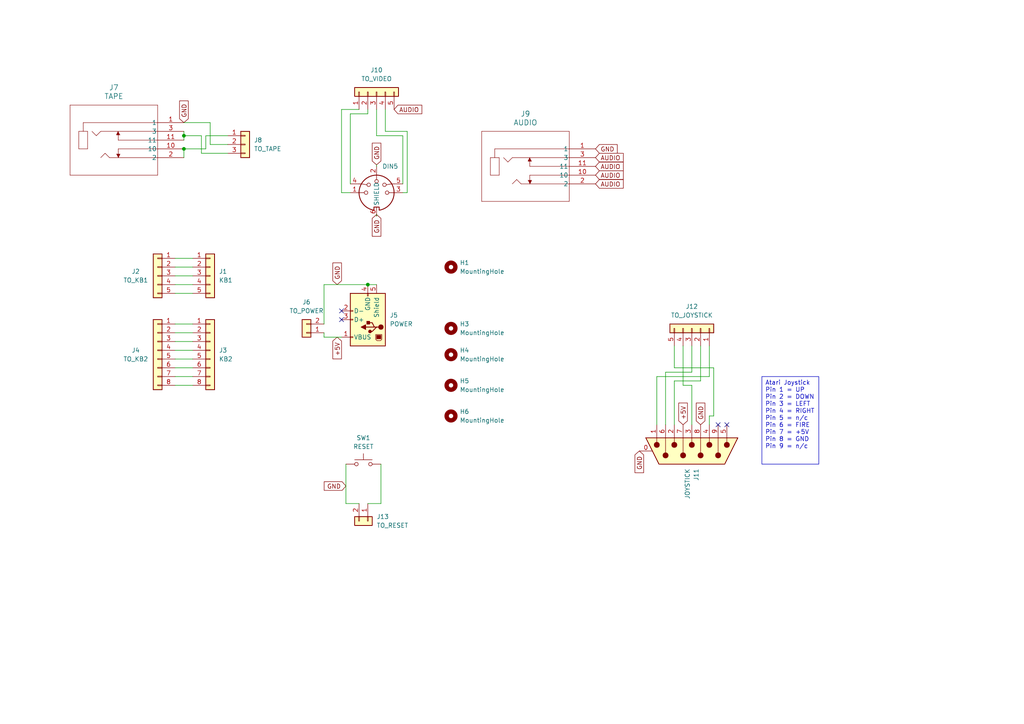
<source format=kicad_sch>
(kicad_sch (version 20250114) (generator "eeschema") (generator_version "9.0")
  (paper "A4")
  (title_block (title "Interface Board for Сириус") (date "31/OCT/2025") (rev "B") (company "www.youtube.com/@Brfff"))
  (lib_symbols
    (symbol "Clueless_Engineer:DIN5"
      (property "Value" "DIN5" (at 5.588 5.842 0))
      (symbol "DIN5_0_1"
        (polyline (pts (xy -5.08 2.54) (xy -4.318 2.54) (xy -2.794 2.286)))
        (polyline (pts (xy -5.08 0) (xy -3.556 0)))
        (circle (center -3.048 0) (radius 0.508))
        (circle (center -2.286 2.286) (radius 0.508))
        (polyline (pts (xy -0.762 -4.953) (xy -0.762 -4.191) (xy 0.762 -4.191) (xy 0.762 -4.953)) (stroke (width 0.254)))
        (arc (start 5.08 0) (mid 3.8673 -3.3444) (end 0.762 -5.08) (stroke (width 0.254)))
        (polyline (pts (xy 0 5.08) (xy 0 3.81)))
        (circle (center 0 3.302) (radius 0.508))
        (arc (start -5.08 0) (mid 0 5.0579) (end 5.08 0) (stroke (width 0.254)))
        (arc (start -0.762 -5.08) (mid -3.8597 -3.3379) (end -5.08 0) (stroke (width 0.254)))
        (circle (center 2.286 2.286) (radius 0.508))
        (circle (center 3.048 0) (radius 0.508))
        (polyline (pts (xy 5.08 2.54) (xy 4.318 2.54) (xy 2.794 2.286)))
        (polyline (pts (xy 5.08 0) (xy 3.556 0)))
      )
      (symbol "DIN5_1_1"
        (pin passive line (at -7.62 2.54 0) (length 2.54) (name "~") (number "4"))
        (pin passive line (at -7.62 0 0) (length 2.54) (name "~") (number "1"))
        (pin passive line (at 0 7.62 270) (length 2.54) (name "~") (number "2"))
        (pin passive line (at 0 -6.8039 90) (length 2.54) (name "SHIELD") (number "6"))
        (pin passive line (at 7.62 2.54 180) (length 2.54) (name "~") (number "5"))
        (pin passive line (at 7.62 0 180) (length 2.54) (name "~") (number "3"))
      )
    )
    (symbol "Connector:DE9_Pins_MountingHoles" (pin_names (offset 1.016) (hide yes))
      (property "Reference" "J" (at 0 16.51 0))
      (property "Value" "DE9_Pins_MountingHoles" (at 0 14.605 0))
      (symbol "DE9_Pins_MountingHoles_0_1"
        (polyline (pts (xy -3.81 10.16) (xy -2.54 10.16)))
        (polyline (pts (xy -3.81 7.62) (xy 0.508 7.62)))
        (polyline (pts (xy -3.81 5.08) (xy -2.54 5.08)))
        (polyline (pts (xy -3.81 2.54) (xy 0.508 2.54)))
        (polyline (pts (xy -3.81 0) (xy -2.54 0)))
        (polyline (pts (xy -3.81 -2.54) (xy 0.508 -2.54)))
        (polyline (pts (xy -3.81 -5.08) (xy -2.54 -5.08)))
        (polyline (pts (xy -3.81 -7.62) (xy 0.508 -7.62)))
        (polyline (pts (xy -3.81 -10.16) (xy -2.54 -10.16)))
        (polyline (pts (xy -3.81 -13.335) (xy -3.81 13.335) (xy 3.81 9.525) (xy 3.81 -9.525) (xy -3.81 -13.335)) (stroke (width 0.254)) (fill (type background)))
        (circle (center -1.778 10.16) (radius 0.762) (fill (type outline)))
        (circle (center -1.778 5.08) (radius 0.762) (fill (type outline)))
        (circle (center -1.778 0) (radius 0.762) (fill (type outline)))
        (circle (center -1.778 -5.08) (radius 0.762) (fill (type outline)))
        (circle (center -1.778 -10.16) (radius 0.762) (fill (type outline)))
        (circle (center 1.27 7.62) (radius 0.762) (fill (type outline)))
        (circle (center 1.27 2.54) (radius 0.762) (fill (type outline)))
        (circle (center 1.27 -2.54) (radius 0.762) (fill (type outline)))
        (circle (center 1.27 -7.62) (radius 0.762) (fill (type outline)))
      )
      (symbol "DE9_Pins_MountingHoles_1_1"
        (pin passive line (at -7.62 10.16 0) (length 3.81) (name "5") (number "5"))
        (pin passive line (at -7.62 7.62 0) (length 3.81) (name "9") (number "9"))
        (pin passive line (at -7.62 5.08 0) (length 3.81) (name "4") (number "4"))
        (pin passive line (at -7.62 2.54 0) (length 3.81) (name "8") (number "8"))
        (pin passive line (at -7.62 0 0) (length 3.81) (name "3") (number "3"))
        (pin passive line (at -7.62 -2.54 0) (length 3.81) (name "7") (number "7"))
        (pin passive line (at -7.62 -5.08 0) (length 3.81) (name "2") (number "2"))
        (pin passive line (at -7.62 -7.62 0) (length 3.81) (name "6") (number "6"))
        (pin passive line (at -7.62 -10.16 0) (length 3.81) (name "1") (number "1"))
        (pin passive line (at 0 -15.24 90) (length 3.81) (name "PAD") (number "0"))
      )
    )
    (symbol "Connector:USB_B" (pin_names (offset 1.016))
      (property "Reference" "J" (at -5.08 11.43 0))
      (property "Value" "USB_B" (at -5.08 8.89 0))
      (symbol "USB_B_0_1"
        (rectangle (start -5.08 -7.62) (end 5.08 7.62) (stroke (width 0.254)) (fill (type background)))
        (polyline (pts (xy -4.064 4.318) (xy -2.286 4.318) (xy -2.286 5.715) (xy -2.667 6.096) (xy -3.683 6.096) (xy -4.064 5.715) (xy -4.064 4.318)))
        (rectangle (start -3.81 5.588) (end -2.54 4.572) (fill (type outline)))
        (circle (center -3.81 2.159) (radius 0.635) (stroke (width 0.254)) (fill (type outline)))
        (polyline (pts (xy -3.175 2.159) (xy -2.54 2.159) (xy -1.27 3.429) (xy -0.635 3.429)) (stroke (width 0.254)))
        (polyline (pts (xy -2.54 2.159) (xy -1.905 2.159) (xy -1.27 0.889) (xy 0 0.889)) (stroke (width 0.254)))
        (polyline (pts (xy -1.905 2.159) (xy 0.635 2.159)) (stroke (width 0.254)))
        (circle (center -0.635 3.429) (radius 0.381) (stroke (width 0.254)) (fill (type outline)))
        (rectangle (start -0.127 -7.62) (end 0.127 -6.858))
        (rectangle (start 0.254 1.27) (end -0.508 0.508) (stroke (width 0.254)) (fill (type outline)))
        (polyline (pts (xy 0.635 2.794) (xy 0.635 1.524) (xy 1.905 2.159) (xy 0.635 2.794)) (stroke (width 0.254)) (fill (type outline)))
        (rectangle (start 5.08 4.953) (end 4.318 5.207))
        (rectangle (start 5.08 -0.127) (end 4.318 0.127))
        (rectangle (start 5.08 -2.667) (end 4.318 -2.413))
      )
      (symbol "USB_B_1_1"
        (pin passive line (at -2.54 -10.16 90) (length 2.54) (name "Shield") (number "5"))
        (pin power_out line (at 0 -10.16 90) (length 2.54) (name "GND") (number "4"))
        (pin power_out line (at 7.62 5.08 180) (length 2.54) (name "VBUS") (number "1"))
        (pin bidirectional line (at 7.62 0 180) (length 2.54) (name "D+") (number "3"))
        (pin bidirectional line (at 7.62 -2.54 180) (length 2.54) (name "D-") (number "2"))
      )
    )
    (symbol "Connector_Audio:Switchcraft_35RAPC4BHN2" (pin_names (offset 0.254))
      (property "Reference" "J" (at -20.32 10.16 0))
      (property "Value" "Switchcraft_35RAPC4BHN2" (at -20.32 7.62 0))
      (symbol "Switchcraft_35RAPC4BHN2_0_1"
        (polyline (pts (xy -33.02 5.08) (xy -33.02 -15.24)) (stroke (width 0.127)))
        (polyline (pts (xy -33.02 -15.24) (xy -7.62 -15.24)) (stroke (width 0.127)))
        (polyline (pts (xy -30.48 -2.54) (xy -27.94 -2.54)) (stroke (width 0.127)))
        (polyline (pts (xy -30.48 -7.62) (xy -30.48 -2.54)) (stroke (width 0.127)))
        (polyline (pts (xy -29.21 0) (xy -29.21 -2.54)) (stroke (width 0.127)))
        (polyline (pts (xy -27.94 -2.54) (xy -27.94 -7.62)) (stroke (width 0.127)))
        (polyline (pts (xy -27.94 -7.62) (xy -30.48 -7.62)) (stroke (width 0.127)))
        (polyline (pts (xy -26.67 -2.54) (xy -25.4 -3.81)) (stroke (width 0.127)))
        (polyline (pts (xy -25.4 -3.81) (xy -24.13 -2.54)) (stroke (width 0.127)))
        (polyline (pts (xy -22.86 -8.89) (xy -24.13 -10.16)) (stroke (width 0.127)))
        (polyline (pts (xy -21.59 -10.16) (xy -22.86 -8.89)) (stroke (width 0.127)))
        (polyline (pts (xy -19.05 -2.54) (xy -19.558 -3.556) (xy -18.542 -3.556)) (fill (type outline)))
        (polyline (pts (xy -19.05 -3.048) (xy -19.05 -5.08)) (stroke (width 0.127)))
        (polyline (pts (xy -19.05 -9.652) (xy -19.05 -7.62)) (stroke (width 0.127)))
        (polyline (pts (xy -19.05 -10.16) (xy -18.542 -9.144) (xy -19.558 -9.144)) (fill (type outline)))
        (polyline (pts (xy -7.62 5.08) (xy -33.02 5.08)) (stroke (width 0.127)))
        (polyline (pts (xy -7.62 0) (xy -29.21 0)) (stroke (width 0.127)))
        (polyline (pts (xy -7.62 -2.54) (xy -24.13 -2.54)) (stroke (width 0.127)))
        (polyline (pts (xy -7.62 -5.08) (xy -19.05 -5.08)) (stroke (width 0.127)))
        (polyline (pts (xy -7.62 -7.62) (xy -19.05 -7.62)) (stroke (width 0.127)))
        (polyline (pts (xy -7.62 -10.16) (xy -21.59 -10.16)) (stroke (width 0.127)))
        (polyline (pts (xy -7.62 -15.24) (xy -7.62 5.08)) (stroke (width 0.127)))
        (pin unspecified line (at 0 0 180) (length 7.62) (name "1") (number "1"))
        (pin unspecified line (at 0 -2.54 180) (length 7.62) (name "3") (number "3"))
        (pin unspecified line (at 0 -5.08 180) (length 7.62) (name "11") (number "11"))
        (pin unspecified line (at 0 -7.62 180) (length 7.62) (name "10") (number "10"))
        (pin unspecified line (at 0 -10.16 180) (length 7.62) (name "2") (number "2"))
      )
    )
    (symbol "Connector_Generic:Conn_01x02" (pin_names (offset 1.016) (hide yes))
      (property "Reference" "J" (at 0 2.54 0))
      (property "Value" "Conn_01x02" (at 0 -5.08 0))
      (symbol "Conn_01x02_1_1"
        (rectangle (start -1.27 1.27) (end 1.27 -3.81) (stroke (width 0.254)) (fill (type background)))
        (rectangle (start -1.27 0.127) (end 0 -0.127) (stroke (width 0.1524)))
        (rectangle (start -1.27 -2.413) (end 0 -2.667) (stroke (width 0.1524)))
        (pin passive line (at -5.08 0 0) (length 3.81) (name "Pin_1") (number "1"))
        (pin passive line (at -5.08 -2.54 0) (length 3.81) (name "Pin_2") (number "2"))
      )
    )
    (symbol "Connector_Generic:Conn_01x03" (pin_names (offset 1.016) (hide yes))
      (property "Reference" "J" (at 0 5.08 0))
      (property "Value" "Conn_01x03" (at 0 -5.08 0))
      (symbol "Conn_01x03_1_1"
        (rectangle (start -1.27 3.81) (end 1.27 -3.81) (stroke (width 0.254)) (fill (type background)))
        (rectangle (start -1.27 2.667) (end 0 2.413) (stroke (width 0.1524)))
        (rectangle (start -1.27 0.127) (end 0 -0.127) (stroke (width 0.1524)))
        (rectangle (start -1.27 -2.413) (end 0 -2.667) (stroke (width 0.1524)))
        (pin passive line (at -5.08 2.54 0) (length 3.81) (name "Pin_1") (number "1"))
        (pin passive line (at -5.08 0 0) (length 3.81) (name "Pin_2") (number "2"))
        (pin passive line (at -5.08 -2.54 0) (length 3.81) (name "Pin_3") (number "3"))
      )
    )
    (symbol "Connector_Generic:Conn_01x05" (pin_names (offset 1.016) (hide yes))
      (property "Reference" "J" (at 0 7.62 0))
      (property "Value" "Conn_01x05" (at 0 -7.62 0))
      (symbol "Conn_01x05_1_1"
        (rectangle (start -1.27 6.35) (end 1.27 -6.35) (stroke (width 0.254)) (fill (type background)))
        (rectangle (start -1.27 5.207) (end 0 4.953) (stroke (width 0.1524)))
        (rectangle (start -1.27 2.667) (end 0 2.413) (stroke (width 0.1524)))
        (rectangle (start -1.27 0.127) (end 0 -0.127) (stroke (width 0.1524)))
        (rectangle (start -1.27 -2.413) (end 0 -2.667) (stroke (width 0.1524)))
        (rectangle (start -1.27 -4.953) (end 0 -5.207) (stroke (width 0.1524)))
        (pin passive line (at -5.08 5.08 0) (length 3.81) (name "Pin_1") (number "1"))
        (pin passive line (at -5.08 2.54 0) (length 3.81) (name "Pin_2") (number "2"))
        (pin passive line (at -5.08 0 0) (length 3.81) (name "Pin_3") (number "3"))
        (pin passive line (at -5.08 -2.54 0) (length 3.81) (name "Pin_4") (number "4"))
        (pin passive line (at -5.08 -5.08 0) (length 3.81) (name "Pin_5") (number "5"))
      )
    )
    (symbol "Connector_Generic:Conn_01x08" (pin_names (offset 1.016) (hide yes))
      (property "Reference" "J" (at 0 10.16 0))
      (property "Value" "Conn_01x08" (at 0 -12.7 0))
      (symbol "Conn_01x08_1_1"
        (rectangle (start -1.27 8.89) (end 1.27 -11.43) (stroke (width 0.254)) (fill (type background)))
        (rectangle (start -1.27 7.747) (end 0 7.493) (stroke (width 0.1524)))
        (rectangle (start -1.27 5.207) (end 0 4.953) (stroke (width 0.1524)))
        (rectangle (start -1.27 2.667) (end 0 2.413) (stroke (width 0.1524)))
        (rectangle (start -1.27 0.127) (end 0 -0.127) (stroke (width 0.1524)))
        (rectangle (start -1.27 -2.413) (end 0 -2.667) (stroke (width 0.1524)))
        (rectangle (start -1.27 -4.953) (end 0 -5.207) (stroke (width 0.1524)))
        (rectangle (start -1.27 -7.493) (end 0 -7.747) (stroke (width 0.1524)))
        (rectangle (start -1.27 -10.033) (end 0 -10.287) (stroke (width 0.1524)))
        (pin passive line (at -5.08 7.62 0) (length 3.81) (name "Pin_1") (number "1"))
        (pin passive line (at -5.08 5.08 0) (length 3.81) (name "Pin_2") (number "2"))
        (pin passive line (at -5.08 2.54 0) (length 3.81) (name "Pin_3") (number "3"))
        (pin passive line (at -5.08 0 0) (length 3.81) (name "Pin_4") (number "4"))
        (pin passive line (at -5.08 -2.54 0) (length 3.81) (name "Pin_5") (number "5"))
        (pin passive line (at -5.08 -5.08 0) (length 3.81) (name "Pin_6") (number "6"))
        (pin passive line (at -5.08 -7.62 0) (length 3.81) (name "Pin_7") (number "7"))
        (pin passive line (at -5.08 -10.16 0) (length 3.81) (name "Pin_8") (number "8"))
      )
    )
    (symbol "Mechanical:MountingHole" (pin_names (offset 1.016)) (exclude_from_sim yes) (in_bom no)
      (property "Reference" "H" (at 0 5.08 0))
      (property "Value" "MountingHole" (at 0 3.175 0))
      (symbol "MountingHole_0_1"
        (circle (center 0 0) (radius 1.27) (stroke (width 1.27)))
      )
    )
    (symbol "Switch:SW_Push" (pin_numbers (hide yes)) (pin_names (offset 1.016) (hide yes))
      (property "Reference" "SW" (at 1.27 2.54 0))
      (property "Value" "SW_Push" (at 0 -1.524 0))
      (symbol "SW_Push_0_1"
        (circle (center -2.032 0) (radius 0.508))
        (polyline (pts (xy 0 1.27) (xy 0 3.048)))
        (circle (center 2.032 0) (radius 0.508))
        (polyline (pts (xy 2.54 1.27) (xy -2.54 1.27)))
        (pin passive line (at -5.08 0 0) (length 2.54) (name "1") (number "1"))
        (pin passive line (at 5.08 0 180) (length 2.54) (name "2") (number "2"))
      )
    )
  )
  (text_box "Atari Joystick\nPin 1 = UP\nPin 2 = DOWN\nPin 3 = LEFT\nPin 4 = RIGHT\nPin 5 = n/c\nPin 6 = FIRE\nPin 7 = +5V\nPin 8 = GND\nPin 9 = n/c" (at 220.98 109.22 0) (size 16.51 25.4) (margins 0.9525 0.9525 0.9525 0.9525) (effects (font (size 1.27 1.27)) (justify left top)))
  (junction (at 53.34 43.18))
  (junction (at 53.34 39.37))
  (junction (at 106.68 82.55))
  (no_connect (at 210.82 123.19))
  (no_connect (at 208.28 123.19))
  (no_connect (at 99.06 90.17))
  (no_connect (at 99.06 92.71))
  (wire (pts (xy 59.69 43.18) (xy 53.34 43.18)))
  (wire (pts (xy 195.58 100.33) (xy 195.58 106.68)))
  (wire (pts (xy 100.33 134.62) (xy 100.33 146.05)))
  (wire (pts (xy 118.11 55.88) (xy 118.11 38.1)))
  (wire (pts (xy 60.96 35.56) (xy 53.34 35.56)))
  (wire (pts (xy 198.12 100.33) (xy 198.12 111.76)))
  (wire (pts (xy 53.34 38.1) (xy 53.34 39.37)))
  (wire (pts (xy 99.06 55.88) (xy 101.6 55.88)))
  (wire (pts (xy 190.5 123.19) (xy 190.5 109.22)))
  (wire (pts (xy 195.58 123.19) (xy 195.58 110.49)))
  (wire (pts (xy 58.42 39.37) (xy 53.34 39.37)))
  (wire (pts (xy 106.68 82.55) (xy 93.98 82.55)))
  (wire (pts (xy 66.04 44.45) (xy 58.42 44.45)))
  (wire (pts (xy 50.8 82.55) (xy 55.88 82.55)))
  (wire (pts (xy 50.8 104.14) (xy 55.88 104.14)))
  (wire (pts (xy 66.04 41.91) (xy 60.96 41.91)))
  (wire (pts (xy 207.01 106.68) (xy 207.01 120.65)))
  (wire (pts (xy 195.58 106.68) (xy 207.01 106.68)))
  (wire (pts (xy 59.69 39.37) (xy 59.69 43.18)))
  (wire (pts (xy 116.84 39.37) (xy 116.84 53.34)))
  (wire (pts (xy 50.8 80.01) (xy 55.88 80.01)))
  (wire (pts (xy 109.22 62.6839) (xy 109.22 62.23)))
  (wire (pts (xy 50.8 85.09) (xy 55.88 85.09)))
  (wire (pts (xy 58.42 44.45) (xy 58.42 39.37)))
  (wire (pts (xy 93.98 82.55) (xy 93.98 93.98)))
  (wire (pts (xy 101.6 33.02) (xy 101.6 53.34)))
  (wire (pts (xy 193.04 107.95) (xy 193.04 123.19)))
  (wire (pts (xy 50.8 109.22) (xy 55.88 109.22)))
  (wire (pts (xy 93.98 97.79) (xy 93.98 96.52)))
  (wire (pts (xy 104.14 31.75) (xy 99.06 31.75)))
  (wire (pts (xy 50.8 99.06) (xy 55.88 99.06)))
  (wire (pts (xy 200.66 107.95) (xy 193.04 107.95)))
  (wire (pts (xy 53.34 39.37) (xy 53.34 40.64)))
  (wire (pts (xy 200.66 111.76) (xy 200.66 123.19)))
  (wire (pts (xy 200.66 100.33) (xy 200.66 107.95)))
  (wire (pts (xy 118.11 38.1) (xy 111.76 38.1)))
  (wire (pts (xy 106.68 146.05) (xy 110.49 146.05)))
  (wire (pts (xy 100.33 146.05) (xy 104.14 146.05)))
  (wire (pts (xy 116.84 55.88) (xy 118.11 55.88)))
  (wire (pts (xy 109.22 48.26) (xy 109.22 47.8061)))
  (wire (pts (xy 109.22 31.75) (xy 109.22 39.37)))
  (wire (pts (xy 203.2 100.33) (xy 203.2 110.49)))
  (wire (pts (xy 60.96 41.91) (xy 60.96 35.56)))
  (wire (pts (xy 50.8 106.68) (xy 55.88 106.68)))
  (wire (pts (xy 111.76 38.1) (xy 111.76 31.75)))
  (wire (pts (xy 50.8 77.47) (xy 55.88 77.47)))
  (wire (pts (xy 53.34 43.18) (xy 53.34 45.72)))
  (wire (pts (xy 50.8 101.6) (xy 55.88 101.6)))
  (wire (pts (xy 110.49 146.05) (xy 110.49 134.62)))
  (wire (pts (xy 195.58 110.49) (xy 203.2 110.49)))
  (wire (pts (xy 106.68 82.55) (xy 109.22 82.55)))
  (wire (pts (xy 190.5 109.22) (xy 205.74 109.22)))
  (wire (pts (xy 106.68 33.02) (xy 106.68 31.75)))
  (wire (pts (xy 109.22 39.37) (xy 116.84 39.37)))
  (wire (pts (xy 50.8 96.52) (xy 55.88 96.52)))
  (wire (pts (xy 99.06 31.75) (xy 99.06 55.88)))
  (wire (pts (xy 101.6 33.02) (xy 106.68 33.02)))
  (wire (pts (xy 50.8 74.93) (xy 55.88 74.93)))
  (wire (pts (xy 93.98 97.79) (xy 99.06 97.79)))
  (wire (pts (xy 205.74 120.65) (xy 205.74 123.19)))
  (wire (pts (xy 66.04 39.37) (xy 59.69 39.37)))
  (wire (pts (xy 205.74 109.22) (xy 205.74 100.33)))
  (wire (pts (xy 198.12 111.76) (xy 200.66 111.76)))
  (wire (pts (xy 50.8 111.76) (xy 55.88 111.76)))
  (wire (pts (xy 50.8 93.98) (xy 55.88 93.98)))
  (wire (pts (xy 207.01 120.65) (xy 205.74 120.65)))
  (global_label "AUDIO" (shape input) (at 114.3 31.75 0) (property "Intersheetrefs" "${INTERSHEET_REFS}" (effects (hide yes))))
  (global_label "AUDIO" (shape input) (at 172.72 53.34 0) (property "Intersheetrefs" "${INTERSHEET_REFS}" (effects (hide yes))))
  (global_label "+5V" (shape input) (at 97.79 97.79 270) (property "Intersheetrefs" "${INTERSHEET_REFS}" (effects (hide yes))))
  (global_label "AUDIO" (shape input) (at 172.72 48.26 0) (property "Intersheetrefs" "${INTERSHEET_REFS}" (effects (hide yes))))
  (global_label "+5V" (shape input) (at 198.12 123.19 90) (property "Intersheetrefs" "${INTERSHEET_REFS}" (effects (hide yes))))
  (global_label "GND" (shape input) (at 109.22 62.23 270) (property "Intersheetrefs" "${INTERSHEET_REFS}" (effects (hide yes))))
  (global_label "GND" (shape input) (at 97.79 82.55 90) (property "Intersheetrefs" "${INTERSHEET_REFS}" (effects (hide yes))))
  (global_label "GND" (shape input) (at 109.22 47.8061 90) (property "Intersheetrefs" "${INTERSHEET_REFS}" (effects (hide yes))))
  (global_label "GND" (shape input) (at 185.42 130.81 270) (property "Intersheetrefs" "${INTERSHEET_REFS}" (effects (hide yes))))
  (global_label "GND" (shape input) (at 203.2 123.19 90) (property "Intersheetrefs" "${INTERSHEET_REFS}" (effects (hide yes))))
  (global_label "GND" (shape input) (at 172.72 43.18 0) (property "Intersheetrefs" "${INTERSHEET_REFS}" (effects (hide yes))))
  (global_label "AUDIO" (shape input) (at 172.72 50.8 0) (property "Intersheetrefs" "${INTERSHEET_REFS}" (effects (hide yes))))
  (global_label "AUDIO" (shape input) (at 172.72 45.72 0) (property "Intersheetrefs" "${INTERSHEET_REFS}" (effects (hide yes))))
  (global_label "GND" (shape input) (at 100.33 140.97 180) (property "Intersheetrefs" "${INTERSHEET_REFS}" (effects (hide yes))))
  (global_label "GND" (shape input) (at 53.34 35.56 90) (property "Intersheetrefs" "${INTERSHEET_REFS}" (effects (hide yes))))
  (symbol (lib_id "Mechanical:MountingHole") (at 130.81 111.76 0) (unit 1) (exclude_from_sim yes) (in_bom no)
    (property "Reference" "H5" (at 133.35 110.4899 0) (effects (justify left)))
    (property "Value" "MountingHole" (at 133.35 113.0299 0) (effects (justify left)))
    (property "Footprint" "MountingHole:MountingHole_3.2mm_M3" (effects (hide yes)))
    (property "Description" "Mounting Hole without connection" (effects (hide yes)))
  )
  (symbol (lib_id "Connector_Generic:Conn_01x05") (at 45.72 80.01 0) (mirror y) (unit 1)
    (property "Reference" "J2" (at 39.37 78.74 0))
    (property "Value" "TO_KB1" (at 39.37 81.28 0))
    (property "Footprint" "Connector_PinHeader_2.54mm:PinHeader_1x05_P2.54mm_Vertical" (effects (hide yes)))
    (property "Description" "Generic connector, single row, 01x05, script generated (kicad-library-utils/schlib/autogen/connector/)" (effects (hide yes)))
  )
  (symbol (lib_id "Mechanical:MountingHole") (at 130.81 77.47 0) (unit 1) (exclude_from_sim yes) (in_bom no)
    (property "Reference" "H1" (at 133.35 76.1999 0) (effects (justify left)))
    (property "Value" "MountingHole" (at 133.35 78.7399 0) (effects (justify left)))
    (property "Footprint" "MountingHole:MountingHole_3.2mm_M3" (effects (hide yes)))
    (property "Description" "Mounting Hole without connection" (effects (hide yes)))
  )
  (symbol (lib_id "Connector:DE9_Pins_MountingHoles") (at 200.66 130.81 270) (unit 1)
    (property "Reference" "J11" (at 201.9301 135.89 0) (effects (justify left)))
    (property "Value" "JOYSTICK" (at 199.3901 135.89 0) (effects (justify left)))
    (property "Footprint" "Connector_Dsub:DSUB-9_Pins_Horizontal_P2.77x2.84mm_EdgePinOffset7.70mm_Housed_MountingHolesOffset9.12mm" (effects (hide yes)))
    (property "Description" "9-pin D-SUB connector, pins (male), Mounting Hole" (effects (hide yes)))
  )
  (symbol (lib_id "Mechanical:MountingHole") (at 130.81 120.65 0) (unit 1) (exclude_from_sim yes) (in_bom no)
    (property "Reference" "H6" (at 133.35 119.3799 0) (effects (justify left)))
    (property "Value" "MountingHole" (at 133.35 121.9199 0) (effects (justify left)))
    (property "Footprint" "MountingHole:MountingHole_3.2mm_M3" (effects (hide yes)))
    (property "Description" "Mounting Hole without connection" (effects (hide yes)))
  )
  (symbol (lib_id "Connector_Generic:Conn_01x05") (at 109.22 26.67 90) (unit 1)
    (property "Reference" "J10" (at 109.22 20.32 90))
    (property "Value" "TO_VIDEO" (at 109.22 22.86 90))
    (property "Footprint" "Connector_PinHeader_2.54mm:PinHeader_1x05_P2.54mm_Vertical" (effects (hide yes)))
    (property "Description" "Generic connector, single row, 01x05, script generated (kicad-library-utils/schlib/autogen/connector/)" (effects (hide yes)))
  )
  (symbol (lib_id "Switch:SW_Push") (at 105.41 134.62 0) (unit 1)
    (property "Reference" "SW1" (at 105.41 127 0))
    (property "Value" "RESET" (at 105.41 129.54 0))
    (property "Footprint" "Clueless_Engineer:Switch_Tactile_6mm" (effects (hide yes)))
    (property "Description" "Push button switch, generic, two pins" (effects (hide yes)))
  )
  (symbol (lib_id "Clueless_Engineer:DIN5") (at 109.22 55.88 0) (unit 1)
    (property "Reference" "J15" (effects (hide yes)))
    (property "Value" "DIN5" (at 110.8711 48.26 0) (effects (justify left)))
    (property "Footprint" "Connector_DIN:DIN5_MIDI" (effects (hide yes)))
  )
  (symbol (lib_id "Connector_Generic:Conn_01x08") (at 45.72 101.6 0) (mirror y) (unit 1)
    (property "Reference" "J4" (at 39.37 101.6 0))
    (property "Value" "TO_KB2" (at 39.37 104.14 0))
    (property "Footprint" "Connector_PinHeader_2.54mm:PinHeader_1x08_P2.54mm_Vertical" (effects (hide yes)))
    (property "Description" "Generic connector, single row, 01x08, script generated (kicad-library-utils/schlib/autogen/connector/)" (effects (hide yes)))
  )
  (symbol (lib_id "Connector_Audio:Switchcraft_35RAPC4BHN2") (at 172.72 43.18 0) (unit 1)
    (property "Reference" "J9" (at 152.4 33.02 0) (effects (font (size 1.524 1.524))))
    (property "Value" "AUDIO" (at 152.4 35.56 0) (effects (font (size 1.524 1.524))))
    (property "Footprint" "Connector_Audio:35RAPC4BHN2_SWC" (effects (hide yes)))
    (property "Datasheet" "35RAPC4BHN2" (effects (hide yes)))
  )
  (symbol (lib_id "Connector_Generic:Conn_01x05") (at 60.96 80.01 0) (unit 1)
    (property "Reference" "J1" (at 63.5 78.7399 0) (effects (justify left)))
    (property "Value" "KB1" (at 63.5 81.2799 0) (effects (justify left)))
    (property "Footprint" "Connector_PinHeader_2.54mm:PinHeader_1x05_P2.54mm_Vertical" (effects (hide yes)))
    (property "Description" "Generic connector, single row, 01x05, script generated (kicad-library-utils/schlib/autogen/connector/)" (effects (hide yes)))
  )
  (symbol (lib_id "Connector_Generic:Conn_01x02") (at 106.68 151.13 270) (unit 1)
    (property "Reference" "J13" (at 109.22 149.8599 90) (effects (justify left)))
    (property "Value" "TO_RESET" (at 109.22 152.3999 90) (effects (justify left)))
    (property "Footprint" "Connector_PinHeader_2.54mm:PinHeader_1x02_P2.54mm_Vertical" (effects (hide yes)))
    (property "Description" "Generic connector, single row, 01x02, script generated (kicad-library-utils/schlib/autogen/connector/)" (effects (hide yes)))
  )
  (symbol (lib_id "Connector_Generic:Conn_01x02") (at 88.9 96.52 180) (unit 1)
    (property "Reference" "J6" (at 88.9 87.63 0))
    (property "Value" "TO_POWER" (at 88.9 90.17 0))
    (property "Footprint" "Connector_PinHeader_2.54mm:PinHeader_1x02_P2.54mm_Vertical" (effects (hide yes)))
    (property "Description" "Generic connector, single row, 01x02, script generated (kicad-library-utils/schlib/autogen/connector/)" (effects (hide yes)))
  )
  (symbol (lib_id "Connector_Generic:Conn_01x08") (at 60.96 101.6 0) (unit 1)
    (property "Reference" "J3" (at 63.5 101.5999 0) (effects (justify left)))
    (property "Value" "KB2" (at 63.5 104.1399 0) (effects (justify left)))
    (property "Footprint" "Connector_PinHeader_2.54mm:PinHeader_1x08_P2.54mm_Vertical" (effects (hide yes)))
    (property "Description" "Generic connector, single row, 01x08, script generated (kicad-library-utils/schlib/autogen/connector/)" (effects (hide yes)))
  )
  (symbol (lib_id "Connector_Generic:Conn_01x03") (at 71.12 41.91 0) (unit 1)
    (property "Reference" "J8" (at 73.66 40.6399 0) (effects (justify left)))
    (property "Value" "TO_TAPE" (at 73.66 43.1799 0) (effects (justify left)))
    (property "Footprint" "Connector_PinHeader_2.54mm:PinHeader_1x03_P2.54mm_Vertical" (effects (hide yes)))
    (property "Description" "Generic connector, single row, 01x03, script generated (kicad-library-utils/schlib/autogen/connector/)" (effects (hide yes)))
  )
  (symbol (lib_id "Connector_Generic:Conn_01x05") (at 200.66 95.25 270) (mirror x) (unit 1)
    (property "Reference" "J12" (at 200.66 88.9 90))
    (property "Value" "TO_JOYSTICK" (at 200.66 91.44 90))
    (property "Footprint" "Connector_PinHeader_2.54mm:PinHeader_1x05_P2.54mm_Vertical" (effects (hide yes)))
    (property "Description" "Generic connector, single row, 01x05, script generated (kicad-library-utils/schlib/autogen/connector/)" (effects (hide yes)))
  )
  (symbol (lib_id "Connector:USB_B") (at 106.68 92.71 180) (unit 1)
    (property "Reference" "J5" (at 113.03 91.4399 0) (effects (justify right)))
    (property "Value" "POWER" (at 113.03 93.9799 0) (effects (justify right)))
    (property "Footprint" "Connector_USB:USB_B_Lumberg_2411_02_Horizontal" (effects (hide yes)))
    (property "Description" "USB Type B connector" (effects (hide yes)))
  )
  (symbol (lib_id "Mechanical:MountingHole") (at 130.81 95.25 0) (unit 1) (exclude_from_sim yes) (in_bom no)
    (property "Reference" "H3" (at 133.35 93.9799 0) (effects (justify left)))
    (property "Value" "MountingHole" (at 133.35 96.5199 0) (effects (justify left)))
    (property "Footprint" "MountingHole:MountingHole_3.2mm_M3" (effects (hide yes)))
    (property "Description" "Mounting Hole without connection" (effects (hide yes)))
  )
  (symbol (lib_id "Mechanical:MountingHole") (at 130.81 102.87 0) (unit 1) (exclude_from_sim yes) (in_bom no)
    (property "Reference" "H4" (at 133.35 101.5999 0) (effects (justify left)))
    (property "Value" "MountingHole" (at 133.35 104.1399 0) (effects (justify left)))
    (property "Footprint" "MountingHole:MountingHole_3.2mm_M3" (effects (hide yes)))
    (property "Description" "Mounting Hole without connection" (effects (hide yes)))
  )
  (symbol (lib_id "Connector_Audio:Switchcraft_35RAPC4BHN2") (at 53.34 35.56 0) (unit 1)
    (property "Reference" "J7" (at 33.02 25.4 0) (effects (font (size 1.524 1.524))))
    (property "Value" "TAPE" (at 33.02 27.94 0) (effects (font (size 1.524 1.524))))
    (property "Footprint" "Connector_Audio:35RAPC4BHN2_SWC" (effects (hide yes)))
    (property "Datasheet" "35RAPC4BHN2" (effects (hide yes)))
  )
)
</source>
